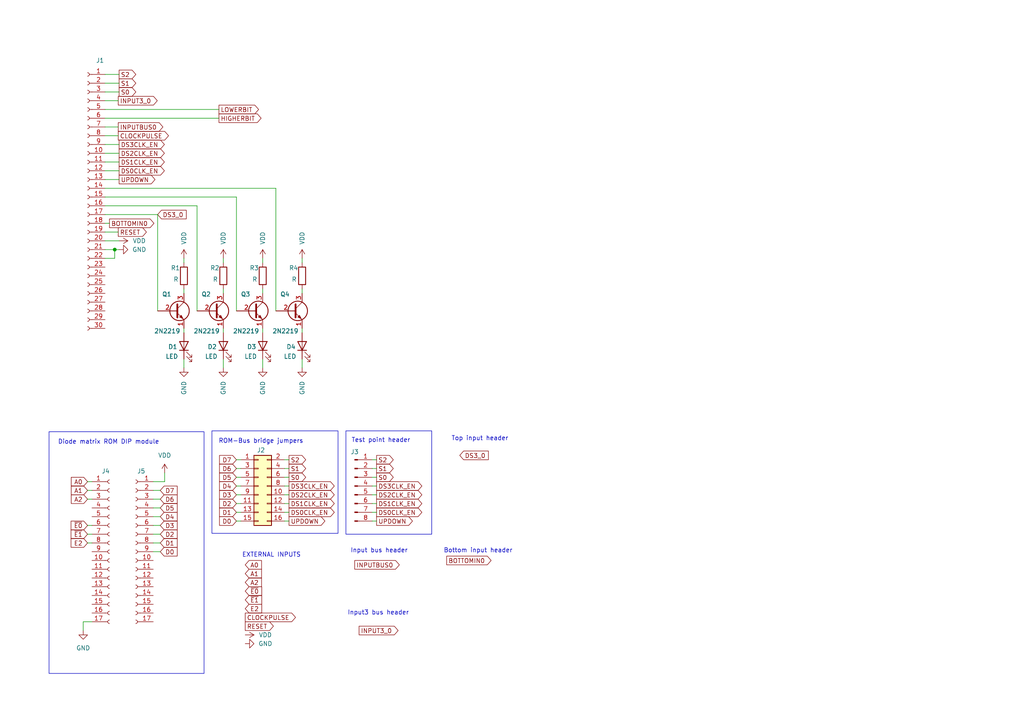
<source format=kicad_sch>
(kicad_sch (version 20231120) (generator "eeschema") (generator_version "8.0")
  (paper "A4")
  (lib_symbols
    (symbol "Connector:Conn_01x08_Pin" (pin_names (offset 1.016) hide)
      (property "Reference" "J" (at 0 10.16 0))
      (property "Value" "Conn_01x08_Pin" (at 0 -12.7 0))
      (symbol "Conn_01x08_Pin_1_1"
        (polyline (pts (xy 1.27 -10.16) (xy 0.8636 -10.16)) (stroke (width 0.1524)))
        (polyline (pts (xy 1.27 -7.62) (xy 0.8636 -7.62)) (stroke (width 0.1524)))
        (polyline (pts (xy 1.27 -5.08) (xy 0.8636 -5.08)) (stroke (width 0.1524)))
        (polyline (pts (xy 1.27 -2.54) (xy 0.8636 -2.54)) (stroke (width 0.1524)))
        (polyline (pts (xy 1.27 0) (xy 0.8636 0)) (stroke (width 0.1524)))
        (polyline (pts (xy 1.27 2.54) (xy 0.8636 2.54)) (stroke (width 0.1524)))
        (polyline (pts (xy 1.27 5.08) (xy 0.8636 5.08)) (stroke (width 0.1524)))
        (polyline (pts (xy 1.27 7.62) (xy 0.8636 7.62)) (stroke (width 0.1524)))
        (rectangle (start 0.8636 -10.033) (end 0 -10.287) (stroke (width 0.1524)) (fill (type outline)))
        (rectangle (start 0.8636 -7.493) (end 0 -7.747) (stroke (width 0.1524)) (fill (type outline)))
        (rectangle (start 0.8636 -4.953) (end 0 -5.207) (stroke (width 0.1524)) (fill (type outline)))
        (rectangle (start 0.8636 -2.413) (end 0 -2.667) (stroke (width 0.1524)) (fill (type outline)))
        (rectangle (start 0.8636 0.127) (end 0 -0.127) (stroke (width 0.1524)) (fill (type outline)))
        (rectangle (start 0.8636 2.667) (end 0 2.413) (stroke (width 0.1524)) (fill (type outline)))
        (rectangle (start 0.8636 5.207) (end 0 4.953) (stroke (width 0.1524)) (fill (type outline)))
        (rectangle (start 0.8636 7.747) (end 0 7.493) (stroke (width 0.1524)) (fill (type outline)))
        (pin passive line (at 5.08 7.62 180) (length 3.81) (name "Pin_1") (number "1"))
        (pin passive line (at 5.08 5.08 180) (length 3.81) (name "Pin_2") (number "2"))
        (pin passive line (at 5.08 2.54 180) (length 3.81) (name "Pin_3") (number "3"))
        (pin passive line (at 5.08 0 180) (length 3.81) (name "Pin_4") (number "4"))
        (pin passive line (at 5.08 -2.54 180) (length 3.81) (name "Pin_5") (number "5"))
        (pin passive line (at 5.08 -5.08 180) (length 3.81) (name "Pin_6") (number "6"))
        (pin passive line (at 5.08 -7.62 180) (length 3.81) (name "Pin_7") (number "7"))
        (pin passive line (at 5.08 -10.16 180) (length 3.81) (name "Pin_8") (number "8"))
      )
    )
    (symbol "Connector:Conn_01x17_Socket" (pin_names (offset 1.016) hide)
      (property "Reference" "J" (at 0 22.86 0))
      (property "Value" "Conn_01x17_Socket" (at 0 -22.86 0))
      (symbol "Conn_01x17_Socket_1_1"
        (arc (start 0 -19.812) (mid -0.5058 -20.32) (end 0 -20.828) (stroke (width 0.1524)))
        (arc (start 0 -17.272) (mid -0.5058 -17.78) (end 0 -18.288) (stroke (width 0.1524)))
        (arc (start 0 -14.732) (mid -0.5058 -15.24) (end 0 -15.748) (stroke (width 0.1524)))
        (arc (start 0 -12.192) (mid -0.5058 -12.7) (end 0 -13.208) (stroke (width 0.1524)))
        (arc (start 0 -9.652) (mid -0.5058 -10.16) (end 0 -10.668) (stroke (width 0.1524)))
        (arc (start 0 -7.112) (mid -0.5058 -7.62) (end 0 -8.128) (stroke (width 0.1524)))
        (arc (start 0 -4.572) (mid -0.5058 -5.08) (end 0 -5.588) (stroke (width 0.1524)))
        (arc (start 0 -2.032) (mid -0.5058 -2.54) (end 0 -3.048) (stroke (width 0.1524)))
        (polyline (pts (xy -1.27 -20.32) (xy -0.508 -20.32)) (stroke (width 0.1524)))
        (polyline (pts (xy -1.27 -17.78) (xy -0.508 -17.78)) (stroke (width 0.1524)))
        (polyline (pts (xy -1.27 -15.24) (xy -0.508 -15.24)) (stroke (width 0.1524)))
        (polyline (pts (xy -1.27 -12.7) (xy -0.508 -12.7)) (stroke (width 0.1524)))
        (polyline (pts (xy -1.27 -10.16) (xy -0.508 -10.16)) (stroke (width 0.1524)))
        (polyline (pts (xy -1.27 -7.62) (xy -0.508 -7.62)) (stroke (width 0.1524)))
        (polyline (pts (xy -1.27 -5.08) (xy -0.508 -5.08)) (stroke (width 0.1524)))
        (polyline (pts (xy -1.27 -2.54) (xy -0.508 -2.54)) (stroke (width 0.1524)))
        (polyline (pts (xy -1.27 0) (xy -0.508 0)) (stroke (width 0.1524)))
        (polyline (pts (xy -1.27 2.54) (xy -0.508 2.54)) (stroke (width 0.1524)))
        (polyline (pts (xy -1.27 5.08) (xy -0.508 5.08)) (stroke (width 0.1524)))
        (polyline (pts (xy -1.27 7.62) (xy -0.508 7.62)) (stroke (width 0.1524)))
        (polyline (pts (xy -1.27 10.16) (xy -0.508 10.16)) (stroke (width 0.1524)))
        (polyline (pts (xy -1.27 12.7) (xy -0.508 12.7)) (stroke (width 0.1524)))
        (polyline (pts (xy -1.27 15.24) (xy -0.508 15.24)) (stroke (width 0.1524)))
        (polyline (pts (xy -1.27 17.78) (xy -0.508 17.78)) (stroke (width 0.1524)))
        (polyline (pts (xy -1.27 20.32) (xy -0.508 20.32)) (stroke (width 0.1524)))
        (arc (start 0 0.508) (mid -0.5058 0) (end 0 -0.508) (stroke (width 0.1524)))
        (arc (start 0 3.048) (mid -0.5058 2.54) (end 0 2.032) (stroke (width 0.1524)))
        (arc (start 0 5.588) (mid -0.5058 5.08) (end 0 4.572) (stroke (width 0.1524)))
        (arc (start 0 8.128) (mid -0.5058 7.62) (end 0 7.112) (stroke (width 0.1524)))
        (arc (start 0 10.668) (mid -0.5058 10.16) (end 0 9.652) (stroke (width 0.1524)))
        (arc (start 0 13.208) (mid -0.5058 12.7) (end 0 12.192) (stroke (width 0.1524)))
        (arc (start 0 15.748) (mid -0.5058 15.24) (end 0 14.732) (stroke (width 0.1524)))
        (arc (start 0 18.288) (mid -0.5058 17.78) (end 0 17.272) (stroke (width 0.1524)))
        (arc (start 0 20.828) (mid -0.5058 20.32) (end 0 19.812) (stroke (width 0.1524)))
        (pin passive line (at -5.08 20.32 0) (length 3.81) (name "Pin_1") (number "1"))
        (pin passive line (at -5.08 -2.54 0) (length 3.81) (name "Pin_10") (number "10"))
        (pin passive line (at -5.08 -5.08 0) (length 3.81) (name "Pin_11") (number "11"))
        (pin passive line (at -5.08 -7.62 0) (length 3.81) (name "Pin_12") (number "12"))
        (pin passive line (at -5.08 -10.16 0) (length 3.81) (name "Pin_13") (number "13"))
        (pin passive line (at -5.08 -12.7 0) (length 3.81) (name "Pin_14") (number "14"))
        (pin passive line (at -5.08 -15.24 0) (length 3.81) (name "Pin_15") (number "15"))
        (pin passive line (at -5.08 -17.78 0) (length 3.81) (name "Pin_16") (number "16"))
        (pin passive line (at -5.08 -20.32 0) (length 3.81) (name "Pin_17") (number "17"))
        (pin passive line (at -5.08 17.78 0) (length 3.81) (name "Pin_2") (number "2"))
        (pin passive line (at -5.08 15.24 0) (length 3.81) (name "Pin_3") (number "3"))
        (pin passive line (at -5.08 12.7 0) (length 3.81) (name "Pin_4") (number "4"))
        (pin passive line (at -5.08 10.16 0) (length 3.81) (name "Pin_5") (number "5"))
        (pin passive line (at -5.08 7.62 0) (length 3.81) (name "Pin_6") (number "6"))
        (pin passive line (at -5.08 5.08 0) (length 3.81) (name "Pin_7") (number "7"))
        (pin passive line (at -5.08 2.54 0) (length 3.81) (name "Pin_8") (number "8"))
        (pin passive line (at -5.08 0 0) (length 3.81) (name "Pin_9") (number "9"))
      )
    )
    (symbol "Connector:Conn_01x30_Socket" (pin_names (offset 1.016) hide)
      (property "Reference" "J" (at 0 38.1 0))
      (property "Value" "Conn_01x30_Socket" (at 0 -40.64 0))
      (symbol "Conn_01x30_Socket_1_1"
        (arc (start 0 -37.592) (mid -0.5058 -38.1) (end 0 -38.608) (stroke (width 0.1524)))
        (arc (start 0 -35.052) (mid -0.5058 -35.56) (end 0 -36.068) (stroke (width 0.1524)))
        (arc (start 0 -32.512) (mid -0.5058 -33.02) (end 0 -33.528) (stroke (width 0.1524)))
        (arc (start 0 -29.972) (mid -0.5058 -30.48) (end 0 -30.988) (stroke (width 0.1524)))
        (arc (start 0 -27.432) (mid -0.5058 -27.94) (end 0 -28.448) (stroke (width 0.1524)))
        (arc (start 0 -24.892) (mid -0.5058 -25.4) (end 0 -25.908) (stroke (width 0.1524)))
        (arc (start 0 -22.352) (mid -0.5058 -22.86) (end 0 -23.368) (stroke (width 0.1524)))
        (arc (start 0 -19.812) (mid -0.5058 -20.32) (end 0 -20.828) (stroke (width 0.1524)))
        (arc (start 0 -17.272) (mid -0.5058 -17.78) (end 0 -18.288) (stroke (width 0.1524)))
        (arc (start 0 -14.732) (mid -0.5058 -15.24) (end 0 -15.748) (stroke (width 0.1524)))
        (arc (start 0 -12.192) (mid -0.5058 -12.7) (end 0 -13.208) (stroke (width 0.1524)))
        (arc (start 0 -9.652) (mid -0.5058 -10.16) (end 0 -10.668) (stroke (width 0.1524)))
        (arc (start 0 -7.112) (mid -0.5058 -7.62) (end 0 -8.128) (stroke (width 0.1524)))
        (arc (start 0 -4.572) (mid -0.5058 -5.08) (end 0 -5.588) (stroke (width 0.1524)))
        (arc (start 0 -2.032) (mid -0.5058 -2.54) (end 0 -3.048) (stroke (width 0.1524)))
        (polyline (pts (xy -1.27 -38.1) (xy -0.508 -38.1)) (stroke (width 0.1524)))
        (polyline (pts (xy -1.27 -35.56) (xy -0.508 -35.56)) (stroke (width 0.1524)))
        (polyline (pts (xy -1.27 -33.02) (xy -0.508 -33.02)) (stroke (width 0.1524)))
        (polyline (pts (xy -1.27 -30.48) (xy -0.508 -30.48)) (stroke (width 0.1524)))
        (polyline (pts (xy -1.27 -27.94) (xy -0.508 -27.94)) (stroke (width 0.1524)))
        (polyline (pts (xy -1.27 -25.4) (xy -0.508 -25.4)) (stroke (width 0.1524)))
        (polyline (pts (xy -1.27 -22.86) (xy -0.508 -22.86)) (stroke (width 0.1524)))
        (polyline (pts (xy -1.27 -20.32) (xy -0.508 -20.32)) (stroke (width 0.1524)))
        (polyline (pts (xy -1.27 -17.78) (xy -0.508 -17.78)) (stroke (width 0.1524)))
        (polyline (pts (xy -1.27 -15.24) (xy -0.508 -15.24)) (stroke (width 0.1524)))
        (polyline (pts (xy -1.27 -12.7) (xy -0.508 -12.7)) (stroke (width 0.1524)))
        (polyline (pts (xy -1.27 -10.16) (xy -0.508 -10.16)) (stroke (width 0.1524)))
        (polyline (pts (xy -1.27 -7.62) (xy -0.508 -7.62)) (stroke (width 0.1524)))
        (polyline (pts (xy -1.27 -5.08) (xy -0.508 -5.08)) (stroke (width 0.1524)))
        (polyline (pts (xy -1.27 -2.54) (xy -0.508 -2.54)) (stroke (width 0.1524)))
        (polyline (pts (xy -1.27 0) (xy -0.508 0)) (stroke (width 0.1524)))
        (polyline (pts (xy -1.27 2.54) (xy -0.508 2.54)) (stroke (width 0.1524)))
        (polyline (pts (xy -1.27 5.08) (xy -0.508 5.08)) (stroke (width 0.1524)))
        (polyline (pts (xy -1.27 7.62) (xy -0.508 7.62)) (stroke (width 0.1524)))
        (polyline (pts (xy -1.27 10.16) (xy -0.508 10.16)) (stroke (width 0.1524)))
        (polyline (pts (xy -1.27 12.7) (xy -0.508 12.7)) (stroke (width 0.1524)))
        (polyline (pts (xy -1.27 15.24) (xy -0.508 15.24)) (stroke (width 0.1524)))
        (polyline (pts (xy -1.27 17.78) (xy -0.508 17.78)) (stroke (width 0.1524)))
        (polyline (pts (xy -1.27 20.32) (xy -0.508 20.32)) (stroke (width 0.1524)))
        (polyline (pts (xy -1.27 22.86) (xy -0.508 22.86)) (stroke (width 0.1524)))
        (polyline (pts (xy -1.27 25.4) (xy -0.508 25.4)) (stroke (width 0.1524)))
        (polyline (pts (xy -1.27 27.94) (xy -0.508 27.94)) (stroke (width 0.1524)))
        (polyline (pts (xy -1.27 30.48) (xy -0.508 30.48)) (stroke (width 0.1524)))
        (polyline (pts (xy -1.27 33.02) (xy -0.508 33.02)) (stroke (width 0.1524)))
        (polyline (pts (xy -1.27 35.56) (xy -0.508 35.56)) (stroke (width 0.1524)))
        (arc (start 0 0.508) (mid -0.5058 0) (end 0 -0.508) (stroke (width 0.1524)))
        (arc (start 0 3.048) (mid -0.5058 2.54) (end 0 2.032) (stroke (width 0.1524)))
        (arc (start 0 5.588) (mid -0.5058 5.08) (end 0 4.572) (stroke (width 0.1524)))
        (arc (start 0 8.128) (mid -0.5058 7.62) (end 0 7.112) (stroke (width 0.1524)))
        (arc (start 0 10.668) (mid -0.5058 10.16) (end 0 9.652) (stroke (width 0.1524)))
        (arc (start 0 13.208) (mid -0.5058 12.7) (end 0 12.192) (stroke (width 0.1524)))
        (arc (start 0 15.748) (mid -0.5058 15.24) (end 0 14.732) (stroke (width 0.1524)))
        (arc (start 0 18.288) (mid -0.5058 17.78) (end 0 17.272) (stroke (width 0.1524)))
        (arc (start 0 20.828) (mid -0.5058 20.32) (end 0 19.812) (stroke (width 0.1524)))
        (arc (start 0 23.368) (mid -0.5058 22.86) (end 0 22.352) (stroke (width 0.1524)))
        (arc (start 0 25.908) (mid -0.5058 25.4) (end 0 24.892) (stroke (width 0.1524)))
        (arc (start 0 28.448) (mid -0.5058 27.94) (end 0 27.432) (stroke (width 0.1524)))
        (arc (start 0 30.988) (mid -0.5058 30.48) (end 0 29.972) (stroke (width 0.1524)))
        (arc (start 0 33.528) (mid -0.5058 33.02) (end 0 32.512) (stroke (width 0.1524)))
        (arc (start 0 36.068) (mid -0.5058 35.56) (end 0 35.052) (stroke (width 0.1524)))
        (pin passive line (at -5.08 35.56 0) (length 3.81) (name "Pin_1") (number "1"))
        (pin passive line (at -5.08 12.7 0) (length 3.81) (name "Pin_10") (number "10"))
        (pin passive line (at -5.08 10.16 0) (length 3.81) (name "Pin_11") (number "11"))
        (pin passive line (at -5.08 7.62 0) (length 3.81) (name "Pin_12") (number "12"))
        (pin passive line (at -5.08 5.08 0) (length 3.81) (name "Pin_13") (number "13"))
        (pin passive line (at -5.08 2.54 0) (length 3.81) (name "Pin_14") (number "14"))
        (pin passive line (at -5.08 0 0) (length 3.81) (name "Pin_15") (number "15"))
        (pin passive line (at -5.08 -2.54 0) (length 3.81) (name "Pin_16") (number "16"))
        (pin passive line (at -5.08 -5.08 0) (length 3.81) (name "Pin_17") (number "17"))
        (pin passive line (at -5.08 -7.62 0) (length 3.81) (name "Pin_18") (number "18"))
        (pin passive line (at -5.08 -10.16 0) (length 3.81) (name "Pin_19") (number "19"))
        (pin passive line (at -5.08 33.02 0) (length 3.81) (name "Pin_2") (number "2"))
        (pin passive line (at -5.08 -12.7 0) (length 3.81) (name "Pin_20") (number "20"))
        (pin passive line (at -5.08 -15.24 0) (length 3.81) (name "Pin_21") (number "21"))
        (pin passive line (at -5.08 -17.78 0) (length 3.81) (name "Pin_22") (number "22"))
        (pin passive line (at -5.08 -20.32 0) (length 3.81) (name "Pin_23") (number "23"))
        (pin passive line (at -5.08 -22.86 0) (length 3.81) (name "Pin_24") (number "24"))
        (pin passive line (at -5.08 -25.4 0) (length 3.81) (name "Pin_25") (number "25"))
        (pin passive line (at -5.08 -27.94 0) (length 3.81) (name "Pin_26") (number "26"))
        (pin passive line (at -5.08 -30.48 0) (length 3.81) (name "Pin_27") (number "27"))
        (pin passive line (at -5.08 -33.02 0) (length 3.81) (name "Pin_28") (number "28"))
        (pin passive line (at -5.08 -35.56 0) (length 3.81) (name "Pin_29") (number "29"))
        (pin passive line (at -5.08 30.48 0) (length 3.81) (name "Pin_3") (number "3"))
        (pin passive line (at -5.08 -38.1 0) (length 3.81) (name "Pin_30") (number "30"))
        (pin passive line (at -5.08 27.94 0) (length 3.81) (name "Pin_4") (number "4"))
        (pin passive line (at -5.08 25.4 0) (length 3.81) (name "Pin_5") (number "5"))
        (pin passive line (at -5.08 22.86 0) (length 3.81) (name "Pin_6") (number "6"))
        (pin passive line (at -5.08 20.32 0) (length 3.81) (name "Pin_7") (number "7"))
        (pin passive line (at -5.08 17.78 0) (length 3.81) (name "Pin_8") (number "8"))
        (pin passive line (at -5.08 15.24 0) (length 3.81) (name "Pin_9") (number "9"))
      )
    )
    (symbol "Connector_Generic:Conn_02x08_Odd_Even" (pin_names (offset 1.016) hide)
      (property "Reference" "J" (at 1.27 10.16 0))
      (property "Value" "Conn_02x08_Odd_Even" (at 1.27 -12.7 0))
      (symbol "Conn_02x08_Odd_Even_1_1"
        (rectangle (start -1.27 -10.033) (end 0 -10.287) (stroke (width 0.1524)))
        (rectangle (start -1.27 -7.493) (end 0 -7.747) (stroke (width 0.1524)))
        (rectangle (start -1.27 -4.953) (end 0 -5.207) (stroke (width 0.1524)))
        (rectangle (start -1.27 -2.413) (end 0 -2.667) (stroke (width 0.1524)))
        (rectangle (start -1.27 0.127) (end 0 -0.127) (stroke (width 0.1524)))
        (rectangle (start -1.27 2.667) (end 0 2.413) (stroke (width 0.1524)))
        (rectangle (start -1.27 5.207) (end 0 4.953) (stroke (width 0.1524)))
        (rectangle (start -1.27 7.747) (end 0 7.493) (stroke (width 0.1524)))
        (rectangle (start -1.27 8.89) (end 3.81 -11.43) (stroke (width 0.254)) (fill (type background)))
        (rectangle (start 3.81 -10.033) (end 2.54 -10.287) (stroke (width 0.1524)))
        (rectangle (start 3.81 -7.493) (end 2.54 -7.747) (stroke (width 0.1524)))
        (rectangle (start 3.81 -4.953) (end 2.54 -5.207) (stroke (width 0.1524)))
        (rectangle (start 3.81 -2.413) (end 2.54 -2.667) (stroke (width 0.1524)))
        (rectangle (start 3.81 0.127) (end 2.54 -0.127) (stroke (width 0.1524)))
        (rectangle (start 3.81 2.667) (end 2.54 2.413) (stroke (width 0.1524)))
        (rectangle (start 3.81 5.207) (end 2.54 4.953) (stroke (width 0.1524)))
        (rectangle (start 3.81 7.747) (end 2.54 7.493) (stroke (width 0.1524)))
        (pin passive line (at -5.08 7.62 0) (length 3.81) (name "Pin_1") (number "1"))
        (pin passive line (at 7.62 -2.54 180) (length 3.81) (name "Pin_10") (number "10"))
        (pin passive line (at -5.08 -5.08 0) (length 3.81) (name "Pin_11") (number "11"))
        (pin passive line (at 7.62 -5.08 180) (length 3.81) (name "Pin_12") (number "12"))
        (pin passive line (at -5.08 -7.62 0) (length 3.81) (name "Pin_13") (number "13"))
        (pin passive line (at 7.62 -7.62 180) (length 3.81) (name "Pin_14") (number "14"))
        (pin passive line (at -5.08 -10.16 0) (length 3.81) (name "Pin_15") (number "15"))
        (pin passive line (at 7.62 -10.16 180) (length 3.81) (name "Pin_16") (number "16"))
        (pin passive line (at 7.62 7.62 180) (length 3.81) (name "Pin_2") (number "2"))
        (pin passive line (at -5.08 5.08 0) (length 3.81) (name "Pin_3") (number "3"))
        (pin passive line (at 7.62 5.08 180) (length 3.81) (name "Pin_4") (number "4"))
        (pin passive line (at -5.08 2.54 0) (length 3.81) (name "Pin_5") (number "5"))
        (pin passive line (at 7.62 2.54 180) (length 3.81) (name "Pin_6") (number "6"))
        (pin passive line (at -5.08 0 0) (length 3.81) (name "Pin_7") (number "7"))
        (pin passive line (at 7.62 0 180) (length 3.81) (name "Pin_8") (number "8"))
        (pin passive line (at -5.08 -2.54 0) (length 3.81) (name "Pin_9") (number "9"))
      )
    )
    (symbol "Device:LED" (pin_numbers hide) (pin_names (offset 1.016) hide)
      (property "Reference" "D" (at 0 2.54 0))
      (property "Value" "LED" (at 0 -2.54 0))
      (symbol "LED_0_1"
        (polyline (pts (xy -1.27 -1.27) (xy -1.27 1.27)) (stroke (width 0.254)))
        (polyline (pts (xy -1.27 0) (xy 1.27 0)))
        (polyline (pts (xy 1.27 -1.27) (xy 1.27 1.27) (xy -1.27 0) (xy 1.27 -1.27)) (stroke (width 0.254)))
        (polyline (pts (xy -3.048 -0.762) (xy -4.572 -2.286) (xy -3.81 -2.286) (xy -4.572 -2.286) (xy -4.572 -1.524)))
        (polyline (pts (xy -1.778 -0.762) (xy -3.302 -2.286) (xy -2.54 -2.286) (xy -3.302 -2.286) (xy -3.302 -1.524)))
      )
      (symbol "LED_1_1"
        (pin passive line (at -3.81 0 0) (length 2.54) (name "K") (number "1"))
        (pin passive line (at 3.81 0 180) (length 2.54) (name "A") (number "2"))
      )
    )
    (symbol "Device:R" (pin_numbers hide) (pin_names (offset 0))
      (property "Reference" "R" (at 2.032 0 90))
      (property "Value" "R" (at 0 0 90))
      (symbol "R_0_1"
        (rectangle (start -1.016 -2.54) (end 1.016 2.54) (stroke (width 0.254)))
      )
      (symbol "R_1_1"
        (pin passive line (at 0 3.81 270) (length 1.27) (name "~") (number "1"))
        (pin passive line (at 0 -3.81 90) (length 1.27) (name "~") (number "2"))
      )
    )
    (symbol "Transistor_BJT:2N2219" (pin_names (offset 0) hide)
      (property "Reference" "Q" (at 5.08 1.905 0))
      (property "Value" "2N2219" (at 5.08 0 0))
      (symbol "2N2219_0_1"
        (polyline (pts (xy 0.635 0.635) (xy 2.54 2.54)))
        (polyline (pts (xy 0.635 -0.635) (xy 2.54 -2.54) (xy 2.54 -2.54)))
        (polyline (pts (xy 0.635 1.905) (xy 0.635 -1.905) (xy 0.635 -1.905)) (stroke (width 0.508)))
        (polyline (pts (xy 1.27 -1.778) (xy 1.778 -1.27) (xy 2.286 -2.286) (xy 1.27 -1.778) (xy 1.27 -1.778)) (fill (type outline)))
        (circle (center 1.27 0) (radius 2.8194) (stroke (width 0.254)))
      )
      (symbol "2N2219_1_1"
        (pin passive line (at 2.54 -5.08 90) (length 2.54) (name "E") (number "1"))
        (pin passive line (at -5.08 0 0) (length 5.715) (name "B") (number "2"))
        (pin passive line (at 2.54 5.08 270) (length 2.54) (name "C") (number "3"))
      )
    )
    (symbol "power:GND" (power) (pin_names (offset 0))
      (property "Value" "GND" (at 0 -3.81 0))
      (symbol "GND_0_1"
        (polyline (pts (xy 0 0) (xy 0 -1.27) (xy 1.27 -1.27) (xy 0 -2.54) (xy -1.27 -1.27) (xy 0 -1.27)))
      )
      (symbol "GND_1_1"
        (pin power_in line (at 0 0 270) (length 0) hide (name "GND") (number "1"))
      )
    )
    (symbol "power:VDD" (power) (pin_names (offset 0))
      (property "Value" "VDD" (at 0 3.81 0))
      (symbol "VDD_0_1"
        (polyline (pts (xy -0.762 1.27) (xy 0 2.54)))
        (polyline (pts (xy 0 0) (xy 0 2.54)))
        (polyline (pts (xy 0 2.54) (xy 0.762 1.27)))
      )
      (symbol "VDD_1_1"
        (pin power_in line (at 0 0 90) (length 0) hide (name "VDD") (number "1"))
      )
    )
  )
  (junction (at 33.274 72.39))
  (wire (pts (xy 30.48 64.77) (xy 31.75 64.77)))
  (wire (pts (xy 87.63 95.25) (xy 87.63 96.52)))
  (wire (pts (xy 44.45 149.86) (xy 46.482 149.86)))
  (wire (pts (xy 33.274 72.39) (xy 33.274 74.93)))
  (wire (pts (xy 87.63 83.82) (xy 87.63 85.09)))
  (wire (pts (xy 87.63 104.14) (xy 87.63 106.68)))
  (wire (pts (xy 30.48 36.83) (xy 34.29 36.83)))
  (wire (pts (xy 25.4 154.94) (xy 26.67 154.94)))
  (wire (pts (xy 109.22 146.05) (xy 107.95 146.05)))
  (wire (pts (xy 30.48 54.61) (xy 80.01 54.61)))
  (wire (pts (xy 76.2 74.93) (xy 76.2 76.2)))
  (wire (pts (xy 47.752 137.16) (xy 47.752 139.7)))
  (wire (pts (xy 109.22 138.43) (xy 107.95 138.43)))
  (wire (pts (xy 30.48 52.07) (xy 34.544 52.07)))
  (wire (pts (xy 30.48 34.29) (xy 63.5 34.29)))
  (wire (pts (xy 109.22 151.13) (xy 107.95 151.13)))
  (wire (pts (xy 45.72 62.23) (xy 45.72 90.17)))
  (wire (pts (xy 83.82 143.51) (xy 82.55 143.51)))
  (wire (pts (xy 44.45 142.24) (xy 46.482 142.24)))
  (wire (pts (xy 44.45 139.7) (xy 47.752 139.7)))
  (wire (pts (xy 87.63 74.93) (xy 87.63 76.2)))
  (wire (pts (xy 57.15 59.69) (xy 57.15 90.17)))
  (wire (pts (xy 64.77 83.82) (xy 64.77 85.09)))
  (wire (pts (xy 83.82 138.43) (xy 82.55 138.43)))
  (wire (pts (xy 30.48 49.53) (xy 34.544 49.53)))
  (wire (pts (xy 68.58 133.35) (xy 69.85 133.35)))
  (wire (pts (xy 83.82 135.89) (xy 82.55 135.89)))
  (wire (pts (xy 109.22 148.59) (xy 107.95 148.59)))
  (wire (pts (xy 25.4 144.78) (xy 26.67 144.78)))
  (wire (pts (xy 68.58 57.15) (xy 68.58 90.17)))
  (wire (pts (xy 68.58 135.89) (xy 69.85 135.89)))
  (wire (pts (xy 68.58 146.05) (xy 69.85 146.05)))
  (wire (pts (xy 44.45 147.32) (xy 46.482 147.32)))
  (wire (pts (xy 68.58 143.51) (xy 69.85 143.51)))
  (wire (pts (xy 30.48 62.23) (xy 45.72 62.23)))
  (wire (pts (xy 30.48 24.13) (xy 34.544 24.13)))
  (wire (pts (xy 30.48 21.59) (xy 34.544 21.59)))
  (wire (pts (xy 80.01 54.61) (xy 80.01 90.17)))
  (wire (pts (xy 109.22 140.97) (xy 107.95 140.97)))
  (wire (pts (xy 30.48 39.37) (xy 34.29 39.37)))
  (wire (pts (xy 30.48 72.39) (xy 33.274 72.39)))
  (wire (pts (xy 109.22 135.89) (xy 107.95 135.89)))
  (wire (pts (xy 109.22 143.51) (xy 107.95 143.51)))
  (wire (pts (xy 44.45 157.48) (xy 46.482 157.48)))
  (wire (pts (xy 25.4 139.7) (xy 26.67 139.7)))
  (wire (pts (xy 30.48 29.21) (xy 34.29 29.21)))
  (wire (pts (xy 109.22 133.35) (xy 107.95 133.35)))
  (wire (pts (xy 25.4 157.48) (xy 26.67 157.48)))
  (wire (pts (xy 68.58 148.59) (xy 69.85 148.59)))
  (wire (pts (xy 83.82 133.35) (xy 82.55 133.35)))
  (wire (pts (xy 83.82 146.05) (xy 82.55 146.05)))
  (wire (pts (xy 83.82 140.97) (xy 82.55 140.97)))
  (wire (pts (xy 26.67 180.34) (xy 24.13 180.34)))
  (wire (pts (xy 68.58 151.13) (xy 69.85 151.13)))
  (wire (pts (xy 44.45 152.4) (xy 46.482 152.4)))
  (wire (pts (xy 64.77 95.25) (xy 64.77 96.52)))
  (wire (pts (xy 64.77 104.14) (xy 64.77 106.68)))
  (wire (pts (xy 30.48 57.15) (xy 68.58 57.15)))
  (wire (pts (xy 53.34 83.82) (xy 53.34 85.09)))
  (wire (pts (xy 24.13 180.34) (xy 24.13 182.88)))
  (wire (pts (xy 53.34 104.14) (xy 53.34 106.68)))
  (wire (pts (xy 76.2 95.25) (xy 76.2 96.52)))
  (wire (pts (xy 68.58 140.97) (xy 69.85 140.97)))
  (wire (pts (xy 30.48 69.85) (xy 34.544 69.85)))
  (wire (pts (xy 34.544 72.39) (xy 33.274 72.39)))
  (wire (pts (xy 53.34 74.93) (xy 53.34 76.2)))
  (wire (pts (xy 25.4 152.4) (xy 26.67 152.4)))
  (wire (pts (xy 30.48 44.45) (xy 34.544 44.45)))
  (wire (pts (xy 64.77 74.93) (xy 64.77 76.2)))
  (wire (pts (xy 83.82 148.59) (xy 82.55 148.59)))
  (wire (pts (xy 44.45 160.02) (xy 46.482 160.02)))
  (wire (pts (xy 30.48 26.67) (xy 34.544 26.67)))
  (wire (pts (xy 53.34 95.25) (xy 53.34 96.52)))
  (wire (pts (xy 44.45 144.78) (xy 46.482 144.78)))
  (wire (pts (xy 76.2 83.82) (xy 76.2 85.09)))
  (wire (pts (xy 30.48 59.69) (xy 57.15 59.69)))
  (wire (pts (xy 30.48 41.91) (xy 34.544 41.91)))
  (wire (pts (xy 76.2 104.14) (xy 76.2 106.68)))
  (wire (pts (xy 30.48 46.99) (xy 34.544 46.99)))
  (wire (pts (xy 83.82 151.13) (xy 82.55 151.13)))
  (wire (pts (xy 30.48 31.75) (xy 63.5 31.75)))
  (wire (pts (xy 44.45 154.94) (xy 46.482 154.94)))
  (wire (pts (xy 30.48 67.31) (xy 34.29 67.31)))
  (wire (pts (xy 30.48 74.93) (xy 33.274 74.93)))
  (wire (pts (xy 68.58 138.43) (xy 69.85 138.43)))
  (wire (pts (xy 25.4 142.24) (xy 26.67 142.24)))
  (rectangle (start 14.224 125.222) (end 59.182 195.326))
  (rectangle (start 61.468 124.968) (end 98.044 154.686))
  (rectangle (start 100.33 124.968) (end 125.222 154.94))
  (text "Top input header" (at 139.192 127.254 0) (effects (font (size 1.27 1.27))))
  (text "Bottom input header" (at 138.684 159.766 0) (effects (font (size 1.27 1.27))))
  (text "ROM-Bus bridge jumpers" (at 75.692 128.016 0) (effects (font (size 1.27 1.27))))
  (text "Test point header" (at 110.49 127.762 0) (effects (font (size 1.27 1.27))))
  (text "Input bus header" (at 109.982 159.766 0) (effects (font (size 1.27 1.27))))
  (text "Input3 bus header" (at 109.728 177.8 0) (effects (font (size 1.27 1.27))))
  (text "EXTERNAL INPUTS" (at 78.74 161.036 0) (effects (font (size 1.27 1.27))))
  (text "Diode matrix ROM DIP module" (at 31.496 128.27 0) (effects (font (size 1.27 1.27))))
  (global_label "D2" (shape input) (at 68.58 146.05 180) (property "Intersheetrefs" "${INTERSHEET_REFS}" (effects (hide yes))))
  (global_label "INPUT3_0" (shape output) (at 104.14 182.88 0) (property "Intersheetrefs" "${INTERSHEET_REFS}" (effects (hide yes))))
  (global_label "A1" (shape input) (at 25.4 142.24 180) (property "Intersheetrefs" "${INTERSHEET_REFS}" (effects (hide yes))))
  (global_label "LOWERBIT" (shape output) (at 63.5 31.75 0) (property "Intersheetrefs" "${INTERSHEET_REFS}" (effects (hide yes))))
  (global_label "DS3CLK_EN" (shape output) (at 109.22 140.97 0) (property "Intersheetrefs" "${INTERSHEET_REFS}" (effects (hide yes))))
  (global_label "CLOCKPULSE" (shape output) (at 71.12 179.07 0) (property "Intersheetrefs" "${INTERSHEET_REFS}" (effects (hide yes))))
  (global_label "DS0CLK_EN" (shape output) (at 34.544 49.53 0) (property "Intersheetrefs" "${INTERSHEET_REFS}" (effects (hide yes))))
  (global_label "D0" (shape input) (at 68.58 151.13 180) (property "Intersheetrefs" "${INTERSHEET_REFS}" (effects (hide yes))))
  (global_label "E2" (shape input) (at 71.12 176.53 0) (property "Intersheetrefs" "${INTERSHEET_REFS}" (effects (hide yes))))
  (global_label "S0" (shape output) (at 109.22 138.43 0) (property "Intersheetrefs" "${INTERSHEET_REFS}" (effects (hide yes))))
  (global_label "S1" (shape output) (at 83.82 135.89 0) (property "Intersheetrefs" "${INTERSHEET_REFS}" (effects (hide yes))))
  (global_label "INPUTBUS0" (shape output) (at 34.29 36.83 0) (property "Intersheetrefs" "${INTERSHEET_REFS}" (effects (hide yes))))
  (global_label "D4" (shape input) (at 68.58 140.97 180) (property "Intersheetrefs" "${INTERSHEET_REFS}" (effects (hide yes))))
  (global_label "DS3_0" (shape input) (at 133.35 132.08 0) (property "Intersheetrefs" "${INTERSHEET_REFS}" (effects (hide yes))))
  (global_label "S2" (shape output) (at 109.22 133.35 0) (property "Intersheetrefs" "${INTERSHEET_REFS}" (effects (hide yes))))
  (global_label "D0" (shape input) (at 46.482 160.02 0) (property "Intersheetrefs" "${INTERSHEET_REFS}" (effects (hide yes))))
  (global_label "S2" (shape output) (at 83.82 133.35 0) (property "Intersheetrefs" "${INTERSHEET_REFS}" (effects (hide yes))))
  (global_label "D1" (shape input) (at 46.482 157.48 0) (property "Intersheetrefs" "${INTERSHEET_REFS}" (effects (hide yes))))
  (global_label "UPDOWN" (shape output) (at 109.22 151.13 0) (property "Intersheetrefs" "${INTERSHEET_REFS}" (effects (hide yes))))
  (global_label "DS2CLK_EN" (shape output) (at 34.544 44.45 0) (property "Intersheetrefs" "${INTERSHEET_REFS}" (effects (hide yes))))
  (global_label "UPDOWN" (shape output) (at 34.544 52.07 0) (property "Intersheetrefs" "${INTERSHEET_REFS}" (effects (hide yes))))
  (global_label "DS1CLK_EN" (shape output) (at 83.82 146.05 0) (property "Intersheetrefs" "${INTERSHEET_REFS}" (effects (hide yes))))
  (global_label "~{E1}" (shape input) (at 71.12 173.99 0) (property "Intersheetrefs" "${INTERSHEET_REFS}" (effects (hide yes))))
  (global_label "D6" (shape input) (at 46.482 144.78 0) (property "Intersheetrefs" "${INTERSHEET_REFS}" (effects (hide yes))))
  (global_label "DS1CLK_EN" (shape output) (at 109.22 146.05 0) (property "Intersheetrefs" "${INTERSHEET_REFS}" (effects (hide yes))))
  (global_label "A2" (shape input) (at 71.12 168.91 0) (property "Intersheetrefs" "${INTERSHEET_REFS}" (effects (hide yes))))
  (global_label "RESET" (shape output) (at 34.29 67.31 0) (property "Intersheetrefs" "${INTERSHEET_REFS}" (effects (hide yes))))
  (global_label "DS3_0" (shape input) (at 45.72 62.23 0) (property "Intersheetrefs" "${INTERSHEET_REFS}" (effects (hide yes))))
  (global_label "A0" (shape input) (at 71.12 163.83 0) (property "Intersheetrefs" "${INTERSHEET_REFS}" (effects (hide yes))))
  (global_label "D4" (shape input) (at 46.482 149.86 0) (property "Intersheetrefs" "${INTERSHEET_REFS}" (effects (hide yes))))
  (global_label "D5" (shape input) (at 68.58 138.43 180) (property "Intersheetrefs" "${INTERSHEET_REFS}" (effects (hide yes))))
  (global_label "DS2CLK_EN" (shape output) (at 109.22 143.51 0) (property "Intersheetrefs" "${INTERSHEET_REFS}" (effects (hide yes))))
  (global_label "D5" (shape input) (at 46.482 147.32 0) (property "Intersheetrefs" "${INTERSHEET_REFS}" (effects (hide yes))))
  (global_label "BOTTOMIN0" (shape output) (at 129.54 162.56 0) (property "Intersheetrefs" "${INTERSHEET_REFS}" (effects (hide yes))))
  (global_label "D6" (shape input) (at 68.58 135.89 180) (property "Intersheetrefs" "${INTERSHEET_REFS}" (effects (hide yes))))
  (global_label "S2" (shape output) (at 34.544 21.59 0) (property "Intersheetrefs" "${INTERSHEET_REFS}" (effects (hide yes))))
  (global_label "S1" (shape output) (at 34.544 24.13 0) (property "Intersheetrefs" "${INTERSHEET_REFS}" (effects (hide yes))))
  (global_label "INPUT3_0" (shape output) (at 34.29 29.21 0) (property "Intersheetrefs" "${INTERSHEET_REFS}" (effects (hide yes))))
  (global_label "DS3CLK_EN" (shape output) (at 34.544 41.91 0) (property "Intersheetrefs" "${INTERSHEET_REFS}" (effects (hide yes))))
  (global_label "DS0CLK_EN" (shape output) (at 83.82 148.59 0) (property "Intersheetrefs" "${INTERSHEET_REFS}" (effects (hide yes))))
  (global_label "A2" (shape input) (at 25.4 144.78 180) (property "Intersheetrefs" "${INTERSHEET_REFS}" (effects (hide yes))))
  (global_label "DS0CLK_EN" (shape output) (at 109.22 148.59 0) (property "Intersheetrefs" "${INTERSHEET_REFS}" (effects (hide yes))))
  (global_label "~{E1}" (shape input) (at 25.4 154.94 180) (property "Intersheetrefs" "${INTERSHEET_REFS}" (effects (hide yes))))
  (global_label "D2" (shape input) (at 46.482 154.94 0) (property "Intersheetrefs" "${INTERSHEET_REFS}" (effects (hide yes))))
  (global_label "~{E0}" (shape input) (at 25.4 152.4 180) (property "Intersheetrefs" "${INTERSHEET_REFS}" (effects (hide yes))))
  (global_label "A0" (shape input) (at 25.4 139.7 180) (property "Intersheetrefs" "${INTERSHEET_REFS}" (effects (hide yes))))
  (global_label "CLOCKPULSE" (shape output) (at 34.29 39.37 0) (property "Intersheetrefs" "${INTERSHEET_REFS}" (effects (hide yes))))
  (global_label "HIGHERBIT" (shape output) (at 63.5 34.29 0) (property "Intersheetrefs" "${INTERSHEET_REFS}" (effects (hide yes))))
  (global_label "UPDOWN" (shape output) (at 83.82 151.13 0) (property "Intersheetrefs" "${INTERSHEET_REFS}" (effects (hide yes))))
  (global_label "D1" (shape input) (at 68.58 148.59 180) (property "Intersheetrefs" "${INTERSHEET_REFS}" (effects (hide yes))))
  (global_label "D3" (shape input) (at 68.58 143.51 180) (property "Intersheetrefs" "${INTERSHEET_REFS}" (effects (hide yes))))
  (global_label "S0" (shape output) (at 83.82 138.43 0) (property "Intersheetrefs" "${INTERSHEET_REFS}" (effects (hide yes))))
  (global_label "RESET" (shape output) (at 71.12 181.61 0) (property "Intersheetrefs" "${INTERSHEET_REFS}" (effects (hide yes))))
  (global_label "D3" (shape input) (at 46.482 152.4 0) (property "Intersheetrefs" "${INTERSHEET_REFS}" (effects (hide yes))))
  (global_label "DS1CLK_EN" (shape output) (at 34.544 46.99 0) (property "Intersheetrefs" "${INTERSHEET_REFS}" (effects (hide yes))))
  (global_label "INPUTBUS0" (shape output) (at 102.87 163.83 0) (property "Intersheetrefs" "${INTERSHEET_REFS}" (effects (hide yes))))
  (global_label "DS3CLK_EN" (shape output) (at 83.82 140.97 0) (property "Intersheetrefs" "${INTERSHEET_REFS}" (effects (hide yes))))
  (global_label "E2" (shape input) (at 25.4 157.48 180) (property "Intersheetrefs" "${INTERSHEET_REFS}" (effects (hide yes))))
  (global_label "~{E0}" (shape input) (at 71.12 171.45 0) (property "Intersheetrefs" "${INTERSHEET_REFS}" (effects (hide yes))))
  (global_label "S0" (shape output) (at 34.544 26.67 0) (property "Intersheetrefs" "${INTERSHEET_REFS}" (effects (hide yes))))
  (global_label "A1" (shape input) (at 71.12 166.37 0) (property "Intersheetrefs" "${INTERSHEET_REFS}" (effects (hide yes))))
  (global_label "DS2CLK_EN" (shape output) (at 83.82 143.51 0) (property "Intersheetrefs" "${INTERSHEET_REFS}" (effects (hide yes))))
  (global_label "D7" (shape input) (at 68.58 133.35 180) (property "Intersheetrefs" "${INTERSHEET_REFS}" (effects (hide yes))))
  (global_label "S1" (shape output) (at 109.22 135.89 0) (property "Intersheetrefs" "${INTERSHEET_REFS}" (effects (hide yes))))
  (global_label "D7" (shape input) (at 46.482 142.24 0) (property "Intersheetrefs" "${INTERSHEET_REFS}" (effects (hide yes))))
  (global_label "BOTTOMIN0" (shape output) (at 31.75 64.77 0) (property "Intersheetrefs" "${INTERSHEET_REFS}" (effects (hide yes))))
  (symbol (lib_id "Connector:Conn_01x08_Pin") (at 102.87 140.97 0) (unit 1)
    (property "Reference" "J3" (at 102.87 131.064 0))
    (property "Value" "Conn_01x08_Pin" (effects (hide yes)))
    (property "Description" "Generic connector, single row, 01x08, script generated" (effects (hide yes)))
  )
  (symbol (lib_id "power:GND") (at 24.13 182.88 0) (mirror y) (unit 1)
    (property "Reference" "#PWR5" (effects (hide yes)))
    (property "Value" "GND" (at 24.13 187.96 0))
    (property "Description" "Power symbol creates a global label with name \"GND\" , ground" (effects (hide yes)))
  )
  (symbol (lib_id "power:VDD") (at 76.2 74.93 0) (unit 1)
    (property "Reference" "#PWR11" (effects (hide yes)))
    (property "Value" "VDD" (at 76.2 69.088 90))
    (property "Description" "Power symbol creates a global label with name \"VDD\"" (effects (hide yes)))
  )
  (symbol (lib_id "Device:R") (at 76.2 80.01 0) (unit 1)
    (property "Reference" "R3" (at 72.39 77.724 0) (effects (justify left)))
    (property "Value" "R" (at 73.152 81.026 0) (effects (justify left)))
    (property "Description" "Resistor" (effects (hide yes)))
  )
  (symbol (lib_id "Connector:Conn_01x30_Socket") (at 25.4 57.15 0) (mirror y) (unit 1)
    (property "Reference" "J1" (at 30.226 17.526 0) (effects (justify left)))
    (property "Value" "Conn_01x30_Socket" (effects (hide yes)))
    (property "Description" "Generic connector, single row, 01x30, script generated" (effects (hide yes)))
  )
  (symbol (lib_id "Connector_Generic:Conn_02x08_Odd_Even") (at 74.93 140.97 0) (unit 1)
    (property "Reference" "J2" (at 75.692 130.556 0))
    (property "Value" "Conn_02x08_Odd_Even" (effects (hide yes)))
    (property "Description" "Generic connector, double row, 02x08, odd/even pin numbering scheme (row 1 odd numbers, row 2 even numbers), script generated (kicad-library-utils/schlib/autogen/connector/)" (effects (hide yes)))
  )
  (symbol (lib_id "power:GND") (at 34.544 72.39 90) (mirror x) (unit 1)
    (property "Reference" "#PWR2" (effects (hide yes)))
    (property "Value" "GND" (at 38.354 72.3899 90) (effects (justify right)))
    (property "Description" "Power symbol creates a global label with name \"GND\" , ground" (effects (hide yes)))
  )
  (symbol (lib_id "power:GND") (at 76.2 106.68 0) (mirror y) (unit 1)
    (property "Reference" "#PWR12" (effects (hide yes)))
    (property "Value" "GND" (at 76.2001 110.49 90) (effects (justify right)))
    (property "Description" "Power symbol creates a global label with name \"GND\" , ground" (effects (hide yes)))
  )
  (symbol (lib_id "Connector:Conn_01x17_Socket") (at 31.75 160.02 0) (unit 1)
    (property "Reference" "J4" (at 29.464 136.652 0) (effects (justify left)))
    (property "Value" "Conn_01x17_Socket" (effects (hide yes)))
    (property "Description" "Generic connector, single row, 01x17, script generated" (effects (hide yes)))
  )
  (symbol (lib_id "Device:LED") (at 87.63 100.33 90) (unit 1)
    (property "Reference" "D4" (at 83.058 100.584 90) (effects (justify right)))
    (property "Value" "LED" (at 82.296 103.378 90) (effects (justify right)))
    (property "Description" "Light emitting diode" (effects (hide yes)))
  )
  (symbol (lib_id "power:VDD") (at 64.77 74.93 0) (unit 1)
    (property "Reference" "#PWR9" (effects (hide yes)))
    (property "Value" "VDD" (at 64.77 69.088 90))
    (property "Description" "Power symbol creates a global label with name \"VDD\"" (effects (hide yes)))
  )
  (symbol (lib_id "power:GND") (at 87.63 106.68 0) (mirror y) (unit 1)
    (property "Reference" "#PWR14" (effects (hide yes)))
    (property "Value" "GND" (at 87.6301 110.49 90) (effects (justify right)))
    (property "Description" "Power symbol creates a global label with name \"GND\" , ground" (effects (hide yes)))
  )
  (symbol (lib_id "power:GND") (at 71.12 186.69 90) (mirror x) (unit 1)
    (property "Reference" "#PWR4" (effects (hide yes)))
    (property "Value" "GND" (at 74.93 186.6899 90) (effects (justify right)))
    (property "Description" "Power symbol creates a global label with name \"GND\" , ground" (effects (hide yes)))
  )
  (symbol (lib_id "Device:LED") (at 53.34 100.33 90) (unit 1)
    (property "Reference" "D1" (at 48.768 100.584 90) (effects (justify right)))
    (property "Value" "LED" (at 48.006 103.378 90) (effects (justify right)))
    (property "Description" "Light emitting diode" (effects (hide yes)))
  )
  (symbol (lib_id "Transistor_BJT:2N2219") (at 73.66 90.17 0) (unit 1)
    (property "Reference" "Q3" (at 69.85 85.344 0) (effects (justify left)))
    (property "Value" "2N2219" (at 67.564 96.012 0) (effects (justify left)))
    (property "Footprint" "Package_TO_SOT_THT:TO-39-3" (effects (hide yes)))
    (property "Datasheet" "http://www.onsemi.com/pub_link/Collateral/2N2219-D.PDF" (effects (hide yes)))
    (property "Description" "800mA Ic, 50V Vce, NPN Transistor, TO-39" (effects (hide yes)))
  )
  (symbol (lib_id "power:VDD") (at 47.752 137.16 0) (mirror y) (unit 1)
    (property "Reference" "#PWR6" (effects (hide yes)))
    (property "Value" "VDD" (at 47.752 132.08 0))
    (property "Description" "Power symbol creates a global label with name \"VDD\"" (effects (hide yes)))
  )
  (symbol (lib_id "Device:R") (at 87.63 80.01 0) (unit 1)
    (property "Reference" "R4" (at 83.82 77.724 0) (effects (justify left)))
    (property "Value" "R" (at 84.582 81.026 0) (effects (justify left)))
    (property "Description" "Resistor" (effects (hide yes)))
  )
  (symbol (lib_id "Device:R") (at 64.77 80.01 0) (unit 1)
    (property "Reference" "R2" (at 60.96 77.724 0) (effects (justify left)))
    (property "Value" "R" (at 61.722 81.026 0) (effects (justify left)))
    (property "Description" "Resistor" (effects (hide yes)))
  )
  (symbol (lib_id "power:VDD") (at 53.34 74.93 0) (unit 1)
    (property "Reference" "#PWR7" (effects (hide yes)))
    (property "Value" "VDD" (at 53.34 69.088 90))
    (property "Description" "Power symbol creates a global label with name \"VDD\"" (effects (hide yes)))
  )
  (symbol (lib_id "Device:LED") (at 64.77 100.33 90) (unit 1)
    (property "Reference" "D2" (at 60.198 100.584 90) (effects (justify right)))
    (property "Value" "LED" (at 59.436 103.378 90) (effects (justify right)))
    (property "Description" "Light emitting diode" (effects (hide yes)))
  )
  (symbol (lib_id "power:GND") (at 53.34 106.68 0) (mirror y) (unit 1)
    (property "Reference" "#PWR8" (effects (hide yes)))
    (property "Value" "GND" (at 53.3401 110.49 90) (effects (justify right)))
    (property "Description" "Power symbol creates a global label with name \"GND\" , ground" (effects (hide yes)))
  )
  (symbol (lib_id "power:VDD") (at 71.12 184.15 270) (unit 1)
    (property "Reference" "#PWR3" (effects (hide yes)))
    (property "Value" "VDD" (at 76.962 184.15 90))
    (property "Description" "Power symbol creates a global label with name \"VDD\"" (effects (hide yes)))
  )
  (symbol (lib_id "power:VDD") (at 34.544 69.85 270) (unit 1)
    (property "Reference" "#PWR1" (effects (hide yes)))
    (property "Value" "VDD" (at 40.386 69.85 90))
    (property "Description" "Power symbol creates a global label with name \"VDD\"" (effects (hide yes)))
  )
  (symbol (lib_id "Transistor_BJT:2N2219") (at 50.8 90.17 0) (unit 1)
    (property "Reference" "Q1" (at 46.99 85.344 0) (effects (justify left)))
    (property "Value" "2N2219" (at 44.704 96.012 0) (effects (justify left)))
    (property "Footprint" "Package_TO_SOT_THT:TO-39-3" (effects (hide yes)))
    (property "Datasheet" "http://www.onsemi.com/pub_link/Collateral/2N2219-D.PDF" (effects (hide yes)))
    (property "Description" "800mA Ic, 50V Vce, NPN Transistor, TO-39" (effects (hide yes)))
  )
  (symbol (lib_id "Transistor_BJT:2N2219") (at 62.23 90.17 0) (unit 1)
    (property "Reference" "Q2" (at 58.42 85.344 0) (effects (justify left)))
    (property "Value" "2N2219" (at 56.134 96.012 0) (effects (justify left)))
    (property "Footprint" "Package_TO_SOT_THT:TO-39-3" (effects (hide yes)))
    (property "Datasheet" "http://www.onsemi.com/pub_link/Collateral/2N2219-D.PDF" (effects (hide yes)))
    (property "Description" "800mA Ic, 50V Vce, NPN Transistor, TO-39" (effects (hide yes)))
  )
  (symbol (lib_id "Connector:Conn_01x17_Socket") (at 39.37 160.02 0) (mirror y) (unit 1)
    (property "Reference" "J5" (at 42.164 136.652 0) (effects (justify left)))
    (property "Value" "Conn_01x17_Socket" (effects (hide yes)))
    (property "Description" "Generic connector, single row, 01x17, script generated" (effects (hide yes)))
  )
  (symbol (lib_id "Transistor_BJT:2N2219") (at 85.09 90.17 0) (unit 1)
    (property "Reference" "Q4" (at 81.28 85.344 0) (effects (justify left)))
    (property "Value" "2N2219" (at 78.994 96.012 0) (effects (justify left)))
    (property "Footprint" "Package_TO_SOT_THT:TO-39-3" (effects (hide yes)))
    (property "Datasheet" "http://www.onsemi.com/pub_link/Collateral/2N2219-D.PDF" (effects (hide yes)))
    (property "Description" "800mA Ic, 50V Vce, NPN Transistor, TO-39" (effects (hide yes)))
  )
  (symbol (lib_id "power:GND") (at 64.77 106.68 0) (mirror y) (unit 1)
    (property "Reference" "#PWR10" (effects (hide yes)))
    (property "Value" "GND" (at 64.7701 110.49 90) (effects (justify right)))
    (property "Description" "Power symbol creates a global label with name \"GND\" , ground" (effects (hide yes)))
  )
  (symbol (lib_id "Device:LED") (at 76.2 100.33 90) (unit 1)
    (property "Reference" "D3" (at 71.628 100.584 90) (effects (justify right)))
    (property "Value" "LED" (at 70.866 103.378 90) (effects (justify right)))
    (property "Description" "Light emitting diode" (effects (hide yes)))
  )
  (symbol (lib_id "Device:R") (at 53.34 80.01 0) (unit 1)
    (property "Reference" "R1" (at 49.53 77.724 0) (effects (justify left)))
    (property "Value" "R" (at 50.292 81.026 0) (effects (justify left)))
    (property "Description" "Resistor" (effects (hide yes)))
  )
  (symbol (lib_id "power:VDD") (at 87.63 74.93 0) (unit 1)
    (property "Reference" "#PWR13" (effects (hide yes)))
    (property "Value" "VDD" (at 87.63 69.088 90))
    (property "Description" "Power symbol creates a global label with name \"VDD\"" (effects (hide yes)))
  )
)
</source>
